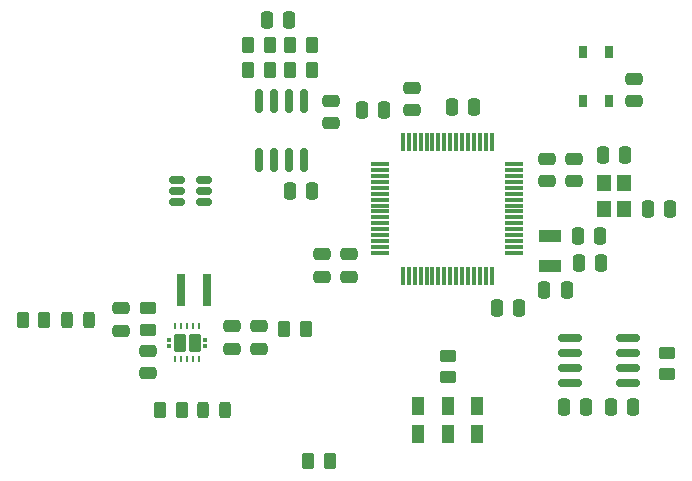
<source format=gbr>
%TF.GenerationSoftware,KiCad,Pcbnew,7.0.6-0*%
%TF.CreationDate,2023-10-10T09:43:15+11:00*%
%TF.ProjectId,CAN-Scope,43414e2d-5363-46f7-9065-2e6b69636164,rev?*%
%TF.SameCoordinates,Original*%
%TF.FileFunction,Paste,Top*%
%TF.FilePolarity,Positive*%
%FSLAX46Y46*%
G04 Gerber Fmt 4.6, Leading zero omitted, Abs format (unit mm)*
G04 Created by KiCad (PCBNEW 7.0.6-0) date 2023-10-10 09:43:15*
%MOMM*%
%LPD*%
G01*
G04 APERTURE LIST*
G04 Aperture macros list*
%AMRoundRect*
0 Rectangle with rounded corners*
0 $1 Rounding radius*
0 $2 $3 $4 $5 $6 $7 $8 $9 X,Y pos of 4 corners*
0 Add a 4 corners polygon primitive as box body*
4,1,4,$2,$3,$4,$5,$6,$7,$8,$9,$2,$3,0*
0 Add four circle primitives for the rounded corners*
1,1,$1+$1,$2,$3*
1,1,$1+$1,$4,$5*
1,1,$1+$1,$6,$7*
1,1,$1+$1,$8,$9*
0 Add four rect primitives between the rounded corners*
20,1,$1+$1,$2,$3,$4,$5,0*
20,1,$1+$1,$4,$5,$6,$7,0*
20,1,$1+$1,$6,$7,$8,$9,0*
20,1,$1+$1,$8,$9,$2,$3,0*%
G04 Aperture macros list end*
%ADD10R,0.800000X2.700000*%
%ADD11R,1.900000X1.100000*%
%ADD12R,1.200000X1.400000*%
%ADD13RoundRect,0.150000X0.150000X-0.825000X0.150000X0.825000X-0.150000X0.825000X-0.150000X-0.825000X0*%
%ADD14RoundRect,0.150000X-0.825000X-0.150000X0.825000X-0.150000X0.825000X0.150000X-0.825000X0.150000X0*%
%ADD15RoundRect,0.106000X-0.424000X0.644000X-0.424000X-0.644000X0.424000X-0.644000X0.424000X0.644000X0*%
%ADD16RoundRect,0.025000X-0.145000X0.100000X-0.145000X-0.100000X0.145000X-0.100000X0.145000X0.100000X0*%
%ADD17R,0.240000X0.600000*%
%ADD18RoundRect,0.075000X0.700000X0.075000X-0.700000X0.075000X-0.700000X-0.075000X0.700000X-0.075000X0*%
%ADD19RoundRect,0.075000X0.075000X0.700000X-0.075000X0.700000X-0.075000X-0.700000X0.075000X-0.700000X0*%
%ADD20RoundRect,0.150000X-0.512500X-0.150000X0.512500X-0.150000X0.512500X0.150000X-0.512500X0.150000X0*%
%ADD21R,0.650000X1.050000*%
%ADD22R,1.000000X1.600000*%
%ADD23RoundRect,0.250000X-0.262500X-0.450000X0.262500X-0.450000X0.262500X0.450000X-0.262500X0.450000X0*%
%ADD24RoundRect,0.250000X-0.450000X0.262500X-0.450000X-0.262500X0.450000X-0.262500X0.450000X0.262500X0*%
%ADD25RoundRect,0.250000X0.262500X0.450000X-0.262500X0.450000X-0.262500X-0.450000X0.262500X-0.450000X0*%
%ADD26RoundRect,0.250000X0.450000X-0.262500X0.450000X0.262500X-0.450000X0.262500X-0.450000X-0.262500X0*%
%ADD27RoundRect,0.243750X-0.243750X-0.456250X0.243750X-0.456250X0.243750X0.456250X-0.243750X0.456250X0*%
%ADD28RoundRect,0.250000X0.250000X0.475000X-0.250000X0.475000X-0.250000X-0.475000X0.250000X-0.475000X0*%
%ADD29RoundRect,0.250000X-0.250000X-0.475000X0.250000X-0.475000X0.250000X0.475000X-0.250000X0.475000X0*%
%ADD30RoundRect,0.250000X-0.475000X0.250000X-0.475000X-0.250000X0.475000X-0.250000X0.475000X0.250000X0*%
%ADD31RoundRect,0.250000X0.475000X-0.250000X0.475000X0.250000X-0.475000X0.250000X-0.475000X-0.250000X0*%
G04 APERTURE END LIST*
D10*
%TO.C,L1*%
X189652000Y-78232000D03*
X187452000Y-78232000D03*
%TD*%
D11*
%TO.C,Y2*%
X218694000Y-76145000D03*
X218694000Y-73645000D03*
%TD*%
D12*
%TO.C,Y1*%
X223222000Y-71374000D03*
X223222000Y-69174000D03*
X224922000Y-69174000D03*
X224922000Y-71374000D03*
%TD*%
D13*
%TO.C,U5*%
X194056000Y-67180000D03*
X195326000Y-67180000D03*
X196596000Y-67180000D03*
X197866000Y-67180000D03*
X197866000Y-62230000D03*
X196596000Y-62230000D03*
X195326000Y-62230000D03*
X194056000Y-62230000D03*
%TD*%
D14*
%TO.C,U4*%
X220348000Y-82296000D03*
X220348000Y-83566000D03*
X220348000Y-84836000D03*
X220348000Y-86106000D03*
X225298000Y-86106000D03*
X225298000Y-84836000D03*
X225298000Y-83566000D03*
X225298000Y-82296000D03*
%TD*%
D15*
%TO.C,U3*%
X188582000Y-82680000D03*
D16*
X186422000Y-82430000D03*
X189482000Y-82930000D03*
D15*
X187322000Y-82680000D03*
D16*
X186422000Y-82930000D03*
X189482000Y-82430000D03*
D17*
X188952000Y-81280000D03*
X188452000Y-81280000D03*
X187952000Y-81280000D03*
X187452000Y-81280000D03*
X186952000Y-81280000D03*
X186952000Y-84080000D03*
X187452000Y-84080000D03*
X187952000Y-84080000D03*
X188452000Y-84080000D03*
X188952000Y-84080000D03*
%TD*%
D18*
%TO.C,U2*%
X215646000Y-75062000D03*
X215646000Y-74562000D03*
X215646000Y-74062000D03*
X215646000Y-73562000D03*
X215646000Y-73062000D03*
X215646000Y-72562000D03*
X215646000Y-72062000D03*
X215646000Y-71562000D03*
X215646000Y-71062000D03*
X215646000Y-70562000D03*
X215646000Y-70062000D03*
X215646000Y-69562000D03*
X215646000Y-69062000D03*
X215646000Y-68562000D03*
X215646000Y-68062000D03*
X215646000Y-67562000D03*
D19*
X213721000Y-65637000D03*
X213221000Y-65637000D03*
X212721000Y-65637000D03*
X212221000Y-65637000D03*
X211721000Y-65637000D03*
X211221000Y-65637000D03*
X210721000Y-65637000D03*
X210221000Y-65637000D03*
X209721000Y-65637000D03*
X209221000Y-65637000D03*
X208721000Y-65637000D03*
X208221000Y-65637000D03*
X207721000Y-65637000D03*
X207221000Y-65637000D03*
X206721000Y-65637000D03*
X206221000Y-65637000D03*
D18*
X204296000Y-67562000D03*
X204296000Y-68062000D03*
X204296000Y-68562000D03*
X204296000Y-69062000D03*
X204296000Y-69562000D03*
X204296000Y-70062000D03*
X204296000Y-70562000D03*
X204296000Y-71062000D03*
X204296000Y-71562000D03*
X204296000Y-72062000D03*
X204296000Y-72562000D03*
X204296000Y-73062000D03*
X204296000Y-73562000D03*
X204296000Y-74062000D03*
X204296000Y-74562000D03*
X204296000Y-75062000D03*
D19*
X206221000Y-76987000D03*
X206721000Y-76987000D03*
X207221000Y-76987000D03*
X207721000Y-76987000D03*
X208221000Y-76987000D03*
X208721000Y-76987000D03*
X209221000Y-76987000D03*
X209721000Y-76987000D03*
X210221000Y-76987000D03*
X210721000Y-76987000D03*
X211221000Y-76987000D03*
X211721000Y-76987000D03*
X212221000Y-76987000D03*
X212721000Y-76987000D03*
X213221000Y-76987000D03*
X213721000Y-76987000D03*
%TD*%
D20*
%TO.C,U1*%
X187076500Y-68900000D03*
X187076500Y-69850000D03*
X187076500Y-70800000D03*
X189351500Y-70800000D03*
X189351500Y-69850000D03*
X189351500Y-68900000D03*
%TD*%
D21*
%TO.C,SW1*%
X223638000Y-58095000D03*
X223638000Y-62245000D03*
X221488000Y-58095000D03*
X221488000Y-62245000D03*
%TD*%
D22*
%TO.C,S1*%
X207518000Y-90434500D03*
X210018000Y-90434500D03*
X212518000Y-90434500D03*
X207518000Y-88034500D03*
X210018000Y-88034500D03*
X212518000Y-88034500D03*
%TD*%
D23*
%TO.C,R10*%
X198511000Y-59580000D03*
X196686000Y-59580000D03*
%TD*%
%TO.C,R9*%
X193116000Y-59580000D03*
X194941000Y-59580000D03*
%TD*%
%TO.C,R8*%
X198521000Y-57490000D03*
X196696000Y-57490000D03*
%TD*%
%TO.C,R7*%
X194931000Y-57470000D03*
X193106000Y-57470000D03*
%TD*%
D24*
%TO.C,R6*%
X228600000Y-83519000D03*
X228600000Y-85344000D03*
%TD*%
D23*
%TO.C,R5*%
X187499000Y-88392000D03*
X185674000Y-88392000D03*
%TD*%
D25*
%TO.C,R4*%
X198223500Y-92710000D03*
X200048500Y-92710000D03*
%TD*%
D23*
%TO.C,R3*%
X174015000Y-80772000D03*
X175840000Y-80772000D03*
%TD*%
D26*
%TO.C,R2*%
X184658000Y-79756000D03*
X184658000Y-81581000D03*
%TD*%
%TO.C,R1*%
X210058000Y-83773000D03*
X210058000Y-85598000D03*
%TD*%
D25*
%TO.C,FB1*%
X198016500Y-81534000D03*
X196191500Y-81534000D03*
%TD*%
D27*
%TO.C,D2*%
X191158500Y-88392000D03*
X189283500Y-88392000D03*
%TD*%
%TO.C,D1*%
X177800000Y-80772000D03*
X179675000Y-80772000D03*
%TD*%
D28*
%TO.C,C23*%
X196596000Y-55372000D03*
X194696000Y-55372000D03*
%TD*%
D29*
%TO.C,C22*%
X196662000Y-69822000D03*
X198562000Y-69822000D03*
%TD*%
D28*
%TO.C,C21*%
X221742000Y-88138000D03*
X219842000Y-88138000D03*
%TD*%
D30*
%TO.C,C20*%
X200152000Y-62202000D03*
X200152000Y-64102000D03*
%TD*%
D28*
%TO.C,C19*%
X225740000Y-88138000D03*
X223840000Y-88138000D03*
%TD*%
D30*
%TO.C,C18*%
X194056000Y-81280000D03*
X194056000Y-83180000D03*
%TD*%
D31*
%TO.C,C17*%
X220726000Y-69022000D03*
X220726000Y-67122000D03*
%TD*%
D30*
%TO.C,C16*%
X191770000Y-81280000D03*
X191770000Y-83180000D03*
%TD*%
D31*
%TO.C,C15*%
X218440000Y-69022000D03*
X218440000Y-67122000D03*
%TD*%
D28*
%TO.C,C14*%
X212278000Y-62738000D03*
X210378000Y-62738000D03*
%TD*%
D30*
%TO.C,C13*%
X184658000Y-85278000D03*
X184658000Y-83378000D03*
%TD*%
D29*
%TO.C,C12*%
X218186000Y-78232000D03*
X220086000Y-78232000D03*
%TD*%
D31*
%TO.C,C11*%
X207010000Y-62992000D03*
X207010000Y-61092000D03*
%TD*%
%TO.C,C10*%
X225806000Y-62245000D03*
X225806000Y-60345000D03*
%TD*%
D30*
%TO.C,C9*%
X182372000Y-79756000D03*
X182372000Y-81656000D03*
%TD*%
D29*
%TO.C,C8*%
X214188000Y-79756000D03*
X216088000Y-79756000D03*
%TD*%
%TO.C,C7*%
X222946000Y-73660000D03*
X221046000Y-73660000D03*
%TD*%
%TO.C,C6*%
X223012000Y-75946000D03*
X221112000Y-75946000D03*
%TD*%
%TO.C,C5*%
X223144000Y-66802000D03*
X225044000Y-66802000D03*
%TD*%
D28*
%TO.C,C4*%
X202758000Y-62992000D03*
X204658000Y-62992000D03*
%TD*%
D30*
%TO.C,C3*%
X201676000Y-75184000D03*
X201676000Y-77084000D03*
%TD*%
D29*
%TO.C,C2*%
X226954000Y-71374000D03*
X228854000Y-71374000D03*
%TD*%
D30*
%TO.C,C1*%
X199390000Y-75184000D03*
X199390000Y-77084000D03*
%TD*%
M02*

</source>
